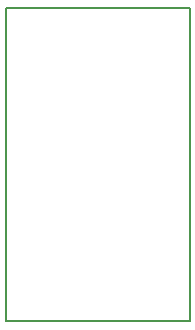
<source format=gm1>
G04 #@! TF.GenerationSoftware,KiCad,Pcbnew,5.0.1-33cea8e~68~ubuntu18.04.1*
G04 #@! TF.CreationDate,2018-11-22T22:55:41+01:00*
G04 #@! TF.ProjectId,jtag_20pin_to_10pin,6A7461675F323070696E5F746F5F3130,rev?*
G04 #@! TF.SameCoordinates,Original*
G04 #@! TF.FileFunction,Profile,NP*
%FSLAX46Y46*%
G04 Gerber Fmt 4.6, Leading zero omitted, Abs format (unit mm)*
G04 Created by KiCad (PCBNEW 5.0.1-33cea8e~68~ubuntu18.04.1) date do 22 nov 2018 22:55:41 CET*
%MOMM*%
%LPD*%
G01*
G04 APERTURE LIST*
%ADD10C,0.150000*%
G04 APERTURE END LIST*
D10*
X130300000Y-95800000D02*
X145900000Y-95800000D01*
X145900000Y-95800000D02*
X145900000Y-69300000D01*
X130300000Y-69300000D02*
X130300000Y-95800000D01*
X145900000Y-69300000D02*
X130300000Y-69300000D01*
M02*

</source>
